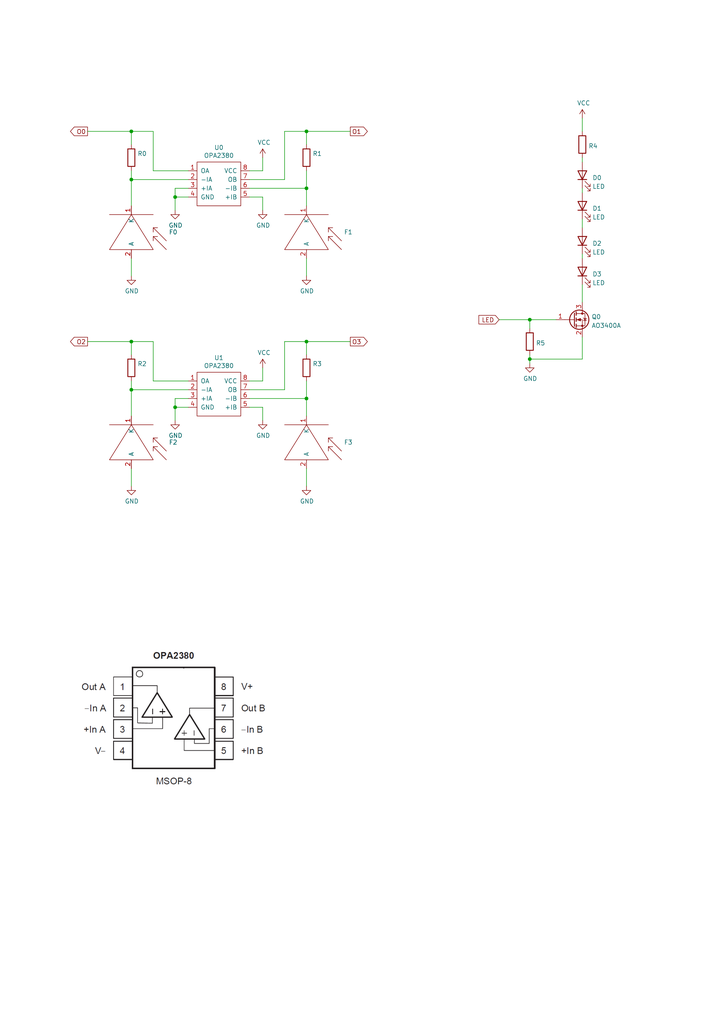
<source format=kicad_sch>
(kicad_sch (version 20211123) (generator eeschema)
  (paper "A4" portrait)
  (title_block (title "Helios - Circuito Sensorizado") (date "2022-07-25") (rev "1") (comment 1 "R = 2M") (comment 2 "VCC: 5V") (comment 3 "O0, O1, O2, O3: Salidas fotodiodos") (comment 4 "Autor: Jaime Bravo Algaba"))
  (lib_symbols
    (symbol "Device:LED" (pin_numbers hide) (pin_names (offset 1.016) hide)
      (property "Reference" "D" (at 0 2.54 0))
      (property "Value" "LED" (at 0 -2.54 0))
      (symbol "LED_0_1"
        (polyline (pts (xy -1.27 -1.27) (xy -1.27 1.27)) (stroke (width 0.254)))
        (polyline (pts (xy -1.27 0) (xy 1.27 0)))
        (polyline (pts (xy 1.27 -1.27) (xy 1.27 1.27) (xy -1.27 0) (xy 1.27 -1.27)) (stroke (width 0.254)))
        (polyline (pts (xy -3.048 -0.762) (xy -4.572 -2.286) (xy -3.81 -2.286) (xy -4.572 -2.286) (xy -4.572 -1.524)))
        (polyline (pts (xy -1.778 -0.762) (xy -3.302 -2.286) (xy -2.54 -2.286) (xy -3.302 -2.286) (xy -3.302 -1.524)))
      )
      (symbol "LED_1_1"
        (pin passive line (at -3.81 0 0) (length 2.54) (name "K") (number "1"))
        (pin passive line (at 3.81 0 180) (length 2.54) (name "A") (number "2"))
      )
    )
    (symbol "Device:R" (pin_numbers hide) (pin_names (offset 0))
      (property "Reference" "R" (at 2.032 0 90))
      (property "Value" "R" (at 0 0 90))
      (symbol "R_0_1"
        (rectangle (start -1.016 -2.54) (end 1.016 2.54) (stroke (width 0.254)))
      )
      (symbol "R_1_1"
        (pin passive line (at 0 3.81 270) (length 1.27) (name "~") (number "1"))
        (pin passive line (at 0 -3.81 90) (length 1.27) (name "~") (number "2"))
      )
    )
    (symbol "Helios:OPA2380" (pin_names (offset 1.016))
      (property "Reference" "U" (at 0 0 0))
      (property "Value" "OPA2380" (at 0 7.62 0))
      (symbol "OPA2380_0_1"
        (rectangle (start -6.35 -6.35) (end 6.35 6.35))
      )
      (symbol "OPA2380_1_1"
        (pin output line (at -8.89 3.81 0) (length 2.54) (name "OA") (number "1"))
        (pin input line (at -8.89 1.27 0) (length 2.54) (name "-IA") (number "2"))
        (pin input line (at -8.89 -1.27 0) (length 2.54) (name "+IA") (number "3"))
        (pin power_out line (at -8.89 -3.81 0) (length 2.54) (name "GND") (number "4"))
        (pin input line (at 8.89 -3.81 180) (length 2.54) (name "+IB") (number "5"))
        (pin input line (at 8.89 -1.27 180) (length 2.54) (name "-IB") (number "6"))
        (pin output line (at 8.89 1.27 180) (length 2.54) (name "OB") (number "7"))
        (pin power_in line (at 8.89 3.81 180) (length 2.54) (name "VCC") (number "8"))
      )
    )
    (symbol "Helios:SFH2704" (pin_names (offset 1.016))
      (property "Reference" "F" (at 0 0 0))
      (property "Value" "SFH2704" (at 0 12.7 0))
      (symbol "SFH2704_0_1"
        (polyline (pts (xy -5.08 6.35) (xy -5.08 -6.35)))
        (polyline (pts (xy -1.27 6.35) (xy 0 6.35)))
        (polyline (pts (xy 1.27 6.35) (xy 5.08 10.16)))
        (polyline (pts (xy 1.27 7.62) (xy 1.27 6.35) (xy 2.54 6.35)))
        (polyline (pts (xy -5.08 0) (xy 5.08 6.35) (xy 5.08 -6.35) (xy -5.08 0)))
        (polyline (pts (xy 2.54 10.16) (xy -1.27 6.35) (xy -1.27 7.62) (xy -1.27 6.35)))
      )
      (symbol "SFH2704_1_1"
        (pin output line (at -7.62 0 0) (length 2.54) (name "K") (number "1"))
        (pin input line (at 7.62 0 180) (length 2.54) (name "A") (number "2"))
      )
    )
    (symbol "Transistor_FET:AO3400A" (pin_names hide)
      (property "Reference" "Q" (at 5.08 1.905 0))
      (property "Value" "AO3400A" (at 5.08 0 0))
      (symbol "AO3400A_0_1"
        (polyline (pts (xy 0.254 0) (xy -2.54 0)))
        (polyline (pts (xy 0.254 1.905) (xy 0.254 -1.905)) (stroke (width 0.254)))
        (polyline (pts (xy 0.762 -1.27) (xy 0.762 -2.286)) (stroke (width 0.254)))
        (polyline (pts (xy 0.762 0.508) (xy 0.762 -0.508)) (stroke (width 0.254)))
        (polyline (pts (xy 0.762 2.286) (xy 0.762 1.27)) (stroke (width 0.254)))
        (polyline (pts (xy 2.54 2.54) (xy 2.54 1.778)))
        (polyline (pts (xy 2.54 -2.54) (xy 2.54 0) (xy 0.762 0)))
        (polyline (pts (xy 0.762 -1.778) (xy 3.302 -1.778) (xy 3.302 1.778) (xy 0.762 1.778)))
        (polyline (pts (xy 1.016 0) (xy 2.032 0.381) (xy 2.032 -0.381) (xy 1.016 0)) (fill (type outline)))
        (polyline (pts (xy 2.794 0.508) (xy 2.921 0.381) (xy 3.683 0.381) (xy 3.81 0.254)))
        (polyline (pts (xy 3.302 0.381) (xy 2.921 -0.254) (xy 3.683 -0.254) (xy 3.302 0.381)))
        (circle (center 1.651 0) (radius 2.794) (stroke (width 0.254)))
        (circle (center 2.54 -1.778) (radius 0.254) (fill (type outline)))
        (circle (center 2.54 1.778) (radius 0.254) (fill (type outline)))
      )
      (symbol "AO3400A_1_1"
        (pin input line (at -5.08 0 0) (length 2.54) (name "G") (number "1"))
        (pin passive line (at 2.54 -5.08 90) (length 2.54) (name "S") (number "2"))
        (pin passive line (at 2.54 5.08 270) (length 2.54) (name "D") (number "3"))
      )
    )
    (symbol "power:GND" (power) (pin_names (offset 0))
      (property "Value" "GND" (at 0 -3.81 0))
      (symbol "GND_0_1"
        (polyline (pts (xy 0 0) (xy 0 -1.27) (xy 1.27 -1.27) (xy 0 -2.54) (xy -1.27 -1.27) (xy 0 -1.27)))
      )
      (symbol "GND_1_1"
        (pin power_in line (at 0 0 270) (length 0) hide (name "GND") (number "1"))
      )
    )
    (symbol "power:VCC" (power) (pin_names (offset 0))
      (property "Value" "VCC" (at 0 3.81 0))
      (symbol "VCC_0_1"
        (polyline (pts (xy -0.762 1.27) (xy 0 2.54)))
        (polyline (pts (xy 0 0) (xy 0 2.54)))
        (polyline (pts (xy 0 2.54) (xy 0.762 1.27)))
      )
      (symbol "VCC_1_1"
        (pin power_in line (at 0 0 90) (length 0) hide (name "VCC") (number "1"))
      )
    )
  )
  (junction (at 153.67 104.14))
  (junction (at 88.9 99.06))
  (junction (at 38.1 113.03))
  (junction (at 153.67 92.71))
  (junction (at 38.1 99.06))
  (junction (at 88.9 54.61))
  (junction (at 50.8 57.15))
  (junction (at 88.9 38.1))
  (junction (at 38.1 52.07))
  (junction (at 88.9 115.57))
  (junction (at 38.1 38.1))
  (junction (at 50.8 118.11))
  (wire (pts (xy 54.61 57.15) (xy 50.8 57.15)))
  (wire (pts (xy 88.9 115.57) (xy 88.9 120.65)))
  (wire (pts (xy 82.55 99.06) (xy 82.55 113.03)))
  (wire (pts (xy 38.1 38.1) (xy 44.45 38.1)))
  (wire (pts (xy 54.61 54.61) (xy 50.8 54.61)))
  (wire (pts (xy 54.61 52.07) (xy 38.1 52.07)))
  (wire (pts (xy 153.67 102.87) (xy 153.67 104.14)))
  (wire (pts (xy 76.2 121.92) (xy 76.2 118.11)))
  (wire (pts (xy 168.91 54.61) (xy 168.91 55.88)))
  (wire (pts (xy 54.61 118.11) (xy 50.8 118.11)))
  (wire (pts (xy 54.61 115.57) (xy 50.8 115.57)))
  (wire (pts (xy 88.9 102.87) (xy 88.9 99.06)))
  (wire (pts (xy 88.9 135.89) (xy 88.9 140.97)))
  (wire (pts (xy 38.1 49.53) (xy 38.1 52.07)))
  (wire (pts (xy 44.45 38.1) (xy 44.45 49.53)))
  (wire (pts (xy 168.91 73.66) (xy 168.91 74.93)))
  (wire (pts (xy 168.91 97.79) (xy 168.91 104.14)))
  (wire (pts (xy 25.4 38.1) (xy 38.1 38.1)))
  (wire (pts (xy 76.2 118.11) (xy 72.39 118.11)))
  (wire (pts (xy 50.8 115.57) (xy 50.8 118.11)))
  (wire (pts (xy 168.91 87.63) (xy 168.91 82.55)))
  (wire (pts (xy 38.1 41.91) (xy 38.1 38.1)))
  (wire (pts (xy 76.2 57.15) (xy 72.39 57.15)))
  (wire (pts (xy 44.45 49.53) (xy 54.61 49.53)))
  (wire (pts (xy 50.8 54.61) (xy 50.8 57.15)))
  (wire (pts (xy 82.55 113.03) (xy 72.39 113.03)))
  (wire (pts (xy 101.6 99.06) (xy 88.9 99.06)))
  (wire (pts (xy 72.39 115.57) (xy 88.9 115.57)))
  (wire (pts (xy 38.1 102.87) (xy 38.1 99.06)))
  (wire (pts (xy 38.1 110.49) (xy 38.1 113.03)))
  (wire (pts (xy 168.91 34.29) (xy 168.91 38.1)))
  (wire (pts (xy 50.8 118.11) (xy 50.8 121.92)))
  (wire (pts (xy 88.9 115.57) (xy 88.9 110.49)))
  (wire (pts (xy 38.1 135.89) (xy 38.1 140.97)))
  (wire (pts (xy 72.39 49.53) (xy 76.2 49.53)))
  (wire (pts (xy 153.67 92.71) (xy 153.67 95.25)))
  (wire (pts (xy 168.91 45.72) (xy 168.91 46.99)))
  (wire (pts (xy 88.9 54.61) (xy 88.9 49.53)))
  (wire (pts (xy 76.2 110.49) (xy 76.2 106.68)))
  (wire (pts (xy 44.45 110.49) (xy 54.61 110.49)))
  (wire (pts (xy 153.67 104.14) (xy 153.67 105.41)))
  (wire (pts (xy 38.1 52.07) (xy 38.1 59.69)))
  (wire (pts (xy 50.8 57.15) (xy 50.8 60.96)))
  (wire (pts (xy 38.1 74.93) (xy 38.1 80.01)))
  (wire (pts (xy 101.6 38.1) (xy 88.9 38.1)))
  (wire (pts (xy 168.91 63.5) (xy 168.91 66.04)))
  (wire (pts (xy 82.55 52.07) (xy 72.39 52.07)))
  (wire (pts (xy 144.78 92.71) (xy 153.67 92.71)))
  (wire (pts (xy 161.29 92.71) (xy 153.67 92.71)))
  (wire (pts (xy 38.1 99.06) (xy 44.45 99.06)))
  (wire (pts (xy 88.9 74.93) (xy 88.9 80.01)))
  (wire (pts (xy 54.61 113.03) (xy 38.1 113.03)))
  (wire (pts (xy 88.9 41.91) (xy 88.9 38.1)))
  (wire (pts (xy 72.39 54.61) (xy 88.9 54.61)))
  (wire (pts (xy 76.2 49.53) (xy 76.2 45.72)))
  (wire (pts (xy 72.39 110.49) (xy 76.2 110.49)))
  (wire (pts (xy 76.2 60.96) (xy 76.2 57.15)))
  (wire (pts (xy 44.45 99.06) (xy 44.45 110.49)))
  (wire (pts (xy 38.1 113.03) (xy 38.1 120.65)))
  (wire (pts (xy 88.9 99.06) (xy 82.55 99.06)))
  (wire (pts (xy 88.9 38.1) (xy 82.55 38.1)))
  (wire (pts (xy 82.55 38.1) (xy 82.55 52.07)))
  (wire (pts (xy 25.4 99.06) (xy 38.1 99.06)))
  (wire (pts (xy 168.91 104.14) (xy 153.67 104.14)))
  (wire (pts (xy 88.9 54.61) (xy 88.9 59.69)))
  (image (at 50.8 208.28))
  (global_label "LED" (shape input) (at 144.78 92.71 180) (property "Intersheet References" "${INTERSHEET_REFS}" (effects hide)))
  (global_label "O2" (shape output) (at 25.4 99.06 180) (property "Intersheet References" "${INTERSHEET_REFS}" (effects hide)))
  (global_label "O1" (shape output) (at 101.6 38.1 0) (property "Intersheet References" "${INTERSHEET_REFS}" (effects hide)))
  (global_label "O0" (shape output) (at 25.4 38.1 180) (property "Intersheet References" "${INTERSHEET_REFS}" (effects hide)))
  (global_label "O3" (shape output) (at 101.6 99.06 0) (property "Intersheet References" "${INTERSHEET_REFS}" (effects hide)))
  (symbol (lib_id "Helios:SFH2704") (at 88.9 67.31 270) (unit 1)
    (property "Reference" "F1" (at 99.7712 67.31 90) (effects (justify left)))
    (property "Value" "SFH2704" (effects hide))
    (property "Footprint" "Helios:SFH2704_Photodiode" (effects hide))
    (property "Datasheet" "$(KICAD_DATASHEET_DIR)/SFH 2704_Photodiode.pdf" (effects hide))
  )
  (symbol (lib_id "Helios:OPA2380") (at 63.5 53.34 0) (unit 1)
    (property "Reference" "U0" (at 63.5 42.799 0))
    (property "Value" "OPA2380" (at 63.5 45.1104 0))
    (property "Footprint" "Helios:OPA2380" (effects hide))
    (property "Datasheet" "$(KICAD_DATASHEET_DIR)/opa2380.pdf" (effects hide))
  )
  (symbol (lib_id "power:VCC") (at 76.2 45.72 0) (unit 1)
    (property "Reference" "#PWR0106" (effects hide))
    (property "Value" "VCC" (at 76.581 41.3258 0))
  )
  (symbol (lib_id "power:GND") (at 50.8 60.96 0) (unit 1)
    (property "Reference" "#PWR0107" (effects hide))
    (property "Value" "GND" (at 50.927 65.3542 0))
  )
  (symbol (lib_id "power:GND") (at 76.2 60.96 0) (unit 1)
    (property "Reference" "#PWR0108" (effects hide))
    (property "Value" "GND" (at 76.327 65.3542 0))
  )
  (symbol (lib_id "power:GND") (at 88.9 80.01 0) (unit 1)
    (property "Reference" "#PWR0109" (effects hide))
    (property "Value" "GND" (at 89.027 84.4042 0))
  )
  (symbol (lib_id "power:GND") (at 38.1 80.01 0) (unit 1)
    (property "Reference" "#PWR0110" (effects hide))
    (property "Value" "GND" (at 38.227 84.4042 0))
  )
  (symbol (lib_id "Device:R") (at 38.1 45.72 0) (unit 1)
    (property "Reference" "R0" (at 39.878 44.5516 0) (effects (justify left)))
    (property "Value" "Rf" (effects hide))
    (property "Footprint" "Helios:RS_0805" (effects hide))
    (property "Datasheet" "$(KICAD_DATASHEET_DIR)/2M2_Resistance.pdf" (effects hide))
  )
  (symbol (lib_id "Device:R") (at 88.9 45.72 0) (unit 1)
    (property "Reference" "R1" (at 90.678 44.5516 0) (effects (justify left)))
    (property "Value" "Rf" (effects hide))
    (property "Footprint" "Helios:RS_0805" (effects hide))
    (property "Datasheet" "$(KICAD_DATASHEET_DIR)/2M2_Resistance.pdf" (effects hide))
  )
  (symbol (lib_id "Helios:SFH2704") (at 38.1 67.31 270) (unit 1)
    (property "Reference" "F0" (at 48.9712 67.31 90) (effects (justify left)))
    (property "Value" "SFH2704" (effects hide))
    (property "Footprint" "Helios:SFH2704_Photodiode" (effects hide))
    (property "Datasheet" "2704_Photodiode.pdf" (effects hide))
  )
  (symbol (lib_id "power:GND") (at 38.1 140.97 0) (unit 1)
    (property "Reference" "#PWR0104" (effects hide))
    (property "Value" "GND" (at 38.227 145.3642 0))
  )
  (symbol (lib_id "Device:R") (at 153.67 99.06 0) (unit 1)
    (property "Reference" "R5" (at 155.448 99.4938 0) (effects (justify left)))
    (property "Value" "Rpd" (effects hide))
    (property "Footprint" "Helios:RS_0805" (effects hide))
  )
  (symbol (lib_id "Device:LED") (at 168.91 69.85 90) (unit 1)
    (property "Reference" "D2" (at 171.831 70.6028 90) (effects (justify right)))
    (property "Value" "LED" (at 171.831 73.1397 90) (effects (justify right)))
    (property "Footprint" "LED_SMD:LED_PLCC-2" (effects hide))
  )
  (symbol (lib_id "Helios:OPA2380") (at 63.5 114.3 0) (unit 1)
    (property "Reference" "U1" (at 63.5 103.759 0))
    (property "Value" "OPA2380" (at 63.5 106.0704 0))
    (property "Footprint" "Helios:OPA2380" (effects hide))
    (property "Datasheet" "$(KICAD_DATASHEET_DIR)/opa2380.pdf" (effects hide))
  )
  (symbol (lib_id "power:VCC") (at 76.2 106.68 0) (unit 1)
    (property "Reference" "#PWR0102" (effects hide))
    (property "Value" "VCC" (at 76.581 102.2858 0))
  )
  (symbol (lib_id "Transistor_FET:AO3400A") (at 166.37 92.71 0) (unit 1)
    (property "Reference" "Q0" (at 171.577 91.8753 0) (effects (justify left)))
    (property "Value" "AO3400A" (at 171.577 94.4122 0) (effects (justify left)))
    (property "Footprint" "Package_TO_SOT_SMD:SOT-23" (effects hide))
    (property "Datasheet" "http://www.aosmd.com/pdfs/datasheet/AO3400A.pdf" (effects hide))
  )
  (symbol (lib_id "Device:R") (at 38.1 106.68 0) (unit 1)
    (property "Reference" "R2" (at 39.878 105.5116 0) (effects (justify left)))
    (property "Value" "Rf" (effects hide))
    (property "Footprint" "Helios:RS_0805" (effects hide))
    (property "Datasheet" "$(KICAD_DATASHEET_DIR)/2M2_Resistance.pdf" (effects hide))
  )
  (symbol (lib_id "Device:LED") (at 168.91 59.69 90) (unit 1)
    (property "Reference" "D1" (at 171.831 60.4428 90) (effects (justify right)))
    (property "Value" "LED" (at 171.831 62.9797 90) (effects (justify right)))
    (property "Footprint" "LED_SMD:LED_PLCC-2" (effects hide))
  )
  (symbol (lib_id "Device:R") (at 168.91 41.91 180) (unit 1)
    (property "Reference" "R4" (at 170.688 42.3438 0) (effects (justify right)))
    (property "Value" "RL" (effects hide))
    (property "Footprint" "Helios:RS_0805" (effects hide))
  )
  (symbol (lib_id "Device:LED") (at 168.91 50.8 90) (unit 1)
    (property "Reference" "D0" (at 171.831 51.5528 90) (effects (justify right)))
    (property "Value" "LED" (at 171.831 54.0897 90) (effects (justify right)))
    (property "Footprint" "LED_SMD:LED_PLCC-2" (effects hide))
  )
  (symbol (lib_id "power:GND") (at 88.9 140.97 0) (unit 1)
    (property "Reference" "#PWR0101" (effects hide))
    (property "Value" "GND" (at 89.027 145.3642 0))
  )
  (symbol (lib_id "power:VCC") (at 168.91 34.29 0) (unit 1)
    (property "Reference" "#PWR0115" (effects hide))
    (property "Value" "VCC" (at 169.291 29.8958 0))
  )
  (symbol (lib_id "Helios:SFH2704") (at 38.1 128.27 270) (unit 1)
    (property "Reference" "F2" (at 48.9712 128.27 90) (effects (justify left)))
    (property "Value" "SFH2704" (effects hide))
    (property "Footprint" "Helios:SFH2704_Photodiode" (effects hide))
    (property "Datasheet" "2704_Photodiode.pdf" (effects hide))
  )
  (symbol (lib_id "power:GND") (at 76.2 121.92 0) (unit 1)
    (property "Reference" "#PWR0103" (effects hide))
    (property "Value" "GND" (at 76.327 126.3142 0))
  )
  (symbol (lib_id "power:GND") (at 153.67 105.41 0) (unit 1)
    (property "Reference" "#PWR0114" (effects hide))
    (property "Value" "GND" (at 153.797 109.8042 0))
  )
  (symbol (lib_id "power:GND") (at 50.8 121.92 0) (unit 1)
    (property "Reference" "#PWR0105" (effects hide))
    (property "Value" "GND" (at 50.927 126.3142 0))
  )
  (symbol (lib_id "Helios:SFH2704") (at 88.9 128.27 270) (unit 1)
    (property "Reference" "F3" (at 99.7712 128.27 90) (effects (justify left)))
    (property "Value" "SFH2704" (effects hide))
    (property "Footprint" "Helios:SFH2704_Photodiode" (effects hide))
    (property "Datasheet" "$(KICAD_DATASHEET_DIR)/SFH 2704_Photodiode.pdf" (effects hide))
  )
  (symbol (lib_id "Device:R") (at 88.9 106.68 0) (unit 1)
    (property "Reference" "R3" (at 90.678 105.5116 0) (effects (justify left)))
    (property "Value" "Rf" (effects hide))
    (property "Footprint" "Helios:RS_0805" (effects hide))
    (property "Datasheet" "$(KICAD_DATASHEET_DIR)/2M2_Resistance.pdf" (effects hide))
  )
  (symbol (lib_id "Device:LED") (at 168.91 78.74 90) (unit 1)
    (property "Reference" "D3" (at 171.831 79.4928 90) (effects (justify right)))
    (property "Value" "LED" (at 171.831 82.0297 90) (effects (justify right)))
    (property "Footprint" "LED_SMD:LED_PLCC-2" (effects hide))
  )
)
</source>
